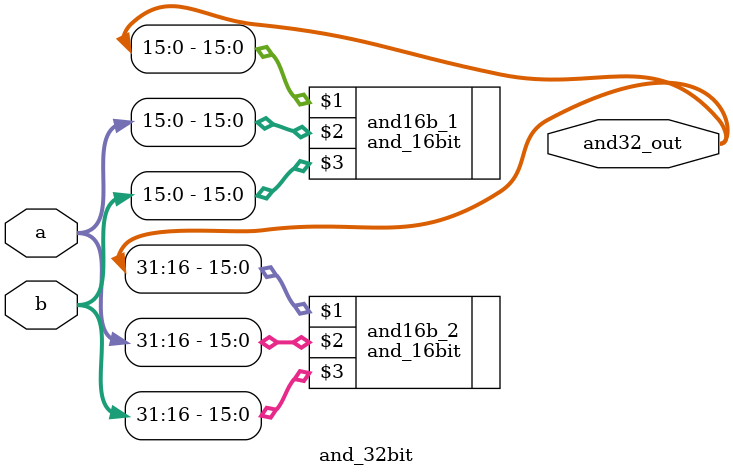
<source format=v>
module and_32bit(output [31:0]and32_out, input [31:0]a, b);//and operation occurs for 32-bit numbers
			and_16bit and16b_1(and32_out[15:0], a[15:0], b[15:0]);
			and_16bit and16b_2(and32_out[31:16], a[31:16], b[31:16]);
						
endmodule

</source>
